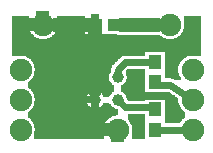
<source format=gbl>
G04 MADE WITH FRITZING*
G04 WWW.FRITZING.ORG*
G04 DOUBLE SIDED*
G04 HOLES PLATED*
G04 CONTOUR ON CENTER OF CONTOUR VECTOR*
%ASAXBY*%
%FSLAX23Y23*%
%MOIN*%
%OFA0B0*%
%SFA1.0B1.0*%
%ADD10C,0.075000*%
%ADD11C,0.075433*%
%ADD12C,0.039370*%
%ADD13R,0.047244X0.043307*%
%ADD14R,0.043307X0.047244*%
%ADD15C,0.048000*%
%ADD16C,0.024000*%
%LNCOPPER0*%
G90*
G70*
G54D10*
X175Y269D03*
G54D11*
X392Y72D03*
X641Y72D03*
X641Y172D03*
X68Y72D03*
X68Y172D03*
X68Y271D03*
X641Y271D03*
X566Y421D03*
X143Y421D03*
G54D12*
X392Y246D03*
X392Y172D03*
X317Y172D03*
G54D13*
X317Y421D03*
X384Y421D03*
G54D14*
X516Y72D03*
X516Y139D03*
X516Y296D03*
X516Y229D03*
G54D15*
X402Y421D02*
X526Y421D01*
D02*
X182Y421D02*
X299Y421D01*
G54D16*
D02*
X392Y272D02*
X392Y265D01*
D02*
X417Y296D02*
X392Y272D01*
D02*
X500Y296D02*
X417Y296D01*
D02*
X516Y221D02*
X516Y229D01*
D02*
X566Y221D02*
X516Y221D01*
D02*
X617Y188D02*
X566Y221D01*
D02*
X417Y147D02*
X405Y158D01*
D02*
X492Y147D02*
X417Y147D01*
D02*
X500Y144D02*
X492Y147D01*
D02*
X567Y72D02*
X532Y72D01*
D02*
X612Y72D02*
X567Y72D01*
G54D15*
D02*
X317Y405D02*
X317Y202D01*
G36*
X40Y452D02*
X40Y374D01*
X130Y374D01*
X130Y376D01*
X124Y376D01*
X124Y378D01*
X120Y378D01*
X120Y380D01*
X116Y380D01*
X116Y382D01*
X114Y382D01*
X114Y384D01*
X112Y384D01*
X112Y386D01*
X108Y386D01*
X108Y390D01*
X106Y390D01*
X106Y392D01*
X104Y392D01*
X104Y394D01*
X102Y394D01*
X102Y398D01*
X100Y398D01*
X100Y402D01*
X98Y402D01*
X98Y408D01*
X96Y408D01*
X96Y418D01*
X94Y418D01*
X94Y424D01*
X96Y424D01*
X96Y452D01*
X40Y452D01*
G37*
D02*
G36*
X188Y452D02*
X188Y430D01*
X190Y430D01*
X190Y410D01*
X188Y410D01*
X188Y404D01*
X186Y404D01*
X186Y400D01*
X184Y400D01*
X184Y396D01*
X182Y396D01*
X182Y392D01*
X180Y392D01*
X180Y390D01*
X178Y390D01*
X178Y388D01*
X176Y388D01*
X176Y386D01*
X174Y386D01*
X174Y384D01*
X172Y384D01*
X172Y382D01*
X168Y382D01*
X168Y380D01*
X166Y380D01*
X166Y378D01*
X162Y378D01*
X162Y376D01*
X156Y376D01*
X156Y374D01*
X554Y374D01*
X554Y376D01*
X548Y376D01*
X548Y378D01*
X544Y378D01*
X544Y380D01*
X540Y380D01*
X540Y382D01*
X538Y382D01*
X538Y384D01*
X534Y384D01*
X534Y386D01*
X400Y386D01*
X400Y388D01*
X390Y388D01*
X390Y390D01*
X284Y390D01*
X284Y452D01*
X188Y452D01*
G37*
D02*
G36*
X612Y452D02*
X612Y430D01*
X614Y430D01*
X614Y412D01*
X612Y412D01*
X612Y406D01*
X610Y406D01*
X610Y400D01*
X608Y400D01*
X608Y396D01*
X606Y396D01*
X606Y394D01*
X604Y394D01*
X604Y390D01*
X602Y390D01*
X602Y388D01*
X600Y388D01*
X600Y386D01*
X598Y386D01*
X598Y384D01*
X594Y384D01*
X594Y382D01*
X592Y382D01*
X592Y380D01*
X588Y380D01*
X588Y378D01*
X586Y378D01*
X586Y376D01*
X578Y376D01*
X578Y374D01*
X668Y374D01*
X668Y452D01*
X612Y452D01*
G37*
D02*
G36*
X40Y374D02*
X40Y372D01*
X668Y372D01*
X668Y374D01*
X40Y374D01*
G37*
D02*
G36*
X40Y374D02*
X40Y372D01*
X668Y372D01*
X668Y374D01*
X40Y374D01*
G37*
D02*
G36*
X40Y374D02*
X40Y372D01*
X668Y372D01*
X668Y374D01*
X40Y374D01*
G37*
D02*
G36*
X40Y372D02*
X40Y330D01*
X548Y330D01*
X548Y244D01*
X568Y244D01*
X568Y242D01*
X576Y242D01*
X576Y240D01*
X580Y240D01*
X580Y238D01*
X582Y238D01*
X582Y236D01*
X602Y236D01*
X602Y246D01*
X600Y246D01*
X600Y250D01*
X598Y250D01*
X598Y252D01*
X596Y252D01*
X596Y260D01*
X594Y260D01*
X594Y284D01*
X596Y284D01*
X596Y290D01*
X598Y290D01*
X598Y294D01*
X600Y294D01*
X600Y298D01*
X602Y298D01*
X602Y300D01*
X604Y300D01*
X604Y302D01*
X606Y302D01*
X606Y304D01*
X608Y304D01*
X608Y306D01*
X610Y306D01*
X610Y308D01*
X612Y308D01*
X612Y310D01*
X614Y310D01*
X614Y312D01*
X618Y312D01*
X618Y314D01*
X622Y314D01*
X622Y316D01*
X628Y316D01*
X628Y318D01*
X668Y318D01*
X668Y372D01*
X40Y372D01*
G37*
D02*
G36*
X40Y330D02*
X40Y318D01*
X80Y318D01*
X80Y316D01*
X86Y316D01*
X86Y314D01*
X90Y314D01*
X90Y312D01*
X94Y312D01*
X94Y310D01*
X96Y310D01*
X96Y308D01*
X98Y308D01*
X98Y306D01*
X102Y306D01*
X102Y304D01*
X104Y304D01*
X104Y300D01*
X106Y300D01*
X106Y298D01*
X108Y298D01*
X108Y294D01*
X110Y294D01*
X110Y292D01*
X112Y292D01*
X112Y286D01*
X114Y286D01*
X114Y278D01*
X116Y278D01*
X116Y266D01*
X114Y266D01*
X114Y256D01*
X112Y256D01*
X112Y252D01*
X110Y252D01*
X110Y248D01*
X108Y248D01*
X108Y244D01*
X106Y244D01*
X106Y242D01*
X104Y242D01*
X104Y240D01*
X102Y240D01*
X102Y238D01*
X100Y238D01*
X100Y236D01*
X98Y236D01*
X98Y234D01*
X96Y234D01*
X96Y232D01*
X94Y232D01*
X94Y210D01*
X96Y210D01*
X96Y208D01*
X100Y208D01*
X100Y206D01*
X102Y206D01*
X102Y204D01*
X104Y204D01*
X104Y202D01*
X318Y202D01*
X318Y200D01*
X328Y200D01*
X328Y198D01*
X332Y198D01*
X332Y196D01*
X334Y196D01*
X334Y194D01*
X338Y194D01*
X338Y192D01*
X340Y192D01*
X340Y188D01*
X342Y188D01*
X342Y186D01*
X344Y186D01*
X344Y180D01*
X364Y180D01*
X364Y184D01*
X366Y184D01*
X366Y188D01*
X368Y188D01*
X368Y190D01*
X370Y190D01*
X370Y192D01*
X372Y192D01*
X372Y194D01*
X374Y194D01*
X374Y196D01*
X376Y196D01*
X376Y198D01*
X380Y198D01*
X380Y220D01*
X376Y220D01*
X376Y222D01*
X374Y222D01*
X374Y224D01*
X372Y224D01*
X372Y226D01*
X370Y226D01*
X370Y228D01*
X368Y228D01*
X368Y230D01*
X366Y230D01*
X366Y234D01*
X364Y234D01*
X364Y240D01*
X362Y240D01*
X362Y254D01*
X364Y254D01*
X364Y258D01*
X366Y258D01*
X366Y262D01*
X368Y262D01*
X368Y266D01*
X370Y266D01*
X370Y278D01*
X372Y278D01*
X372Y282D01*
X374Y282D01*
X374Y286D01*
X376Y286D01*
X376Y288D01*
X378Y288D01*
X378Y290D01*
X380Y290D01*
X380Y292D01*
X382Y292D01*
X382Y294D01*
X384Y294D01*
X384Y296D01*
X386Y296D01*
X386Y298D01*
X388Y298D01*
X388Y300D01*
X390Y300D01*
X390Y302D01*
X392Y302D01*
X392Y304D01*
X394Y304D01*
X394Y306D01*
X396Y306D01*
X396Y308D01*
X398Y308D01*
X398Y310D01*
X400Y310D01*
X400Y312D01*
X402Y312D01*
X402Y314D01*
X406Y314D01*
X406Y316D01*
X410Y316D01*
X410Y318D01*
X484Y318D01*
X484Y330D01*
X40Y330D01*
G37*
D02*
G36*
X104Y202D02*
X104Y200D01*
X106Y200D01*
X106Y198D01*
X108Y198D01*
X108Y196D01*
X110Y196D01*
X110Y192D01*
X112Y192D01*
X112Y186D01*
X114Y186D01*
X114Y178D01*
X116Y178D01*
X116Y166D01*
X114Y166D01*
X114Y158D01*
X112Y158D01*
X112Y152D01*
X110Y152D01*
X110Y148D01*
X108Y148D01*
X108Y144D01*
X106Y144D01*
X106Y142D01*
X310Y142D01*
X310Y144D01*
X304Y144D01*
X304Y146D01*
X300Y146D01*
X300Y148D01*
X298Y148D01*
X298Y150D01*
X296Y150D01*
X296Y152D01*
X294Y152D01*
X294Y154D01*
X292Y154D01*
X292Y158D01*
X290Y158D01*
X290Y162D01*
X288Y162D01*
X288Y182D01*
X290Y182D01*
X290Y186D01*
X292Y186D01*
X292Y188D01*
X294Y188D01*
X294Y192D01*
X296Y192D01*
X296Y194D01*
X300Y194D01*
X300Y196D01*
X302Y196D01*
X302Y198D01*
X306Y198D01*
X306Y200D01*
X314Y200D01*
X314Y202D01*
X104Y202D01*
G37*
D02*
G36*
X344Y162D02*
X344Y158D01*
X342Y158D01*
X342Y154D01*
X340Y154D01*
X340Y152D01*
X338Y152D01*
X338Y150D01*
X336Y150D01*
X336Y148D01*
X334Y148D01*
X334Y146D01*
X330Y146D01*
X330Y144D01*
X324Y144D01*
X324Y142D01*
X384Y142D01*
X384Y144D01*
X378Y144D01*
X378Y146D01*
X376Y146D01*
X376Y148D01*
X372Y148D01*
X372Y150D01*
X370Y150D01*
X370Y152D01*
X368Y152D01*
X368Y156D01*
X366Y156D01*
X366Y158D01*
X364Y158D01*
X364Y162D01*
X344Y162D01*
G37*
D02*
G36*
X104Y142D02*
X104Y140D01*
X392Y140D01*
X392Y142D01*
X104Y142D01*
G37*
D02*
G36*
X104Y142D02*
X104Y140D01*
X392Y140D01*
X392Y142D01*
X104Y142D01*
G37*
D02*
G36*
X102Y140D02*
X102Y138D01*
X100Y138D01*
X100Y136D01*
X98Y136D01*
X98Y134D01*
X96Y134D01*
X96Y132D01*
X92Y132D01*
X92Y112D01*
X94Y112D01*
X94Y110D01*
X98Y110D01*
X98Y108D01*
X100Y108D01*
X100Y106D01*
X102Y106D01*
X102Y104D01*
X104Y104D01*
X104Y102D01*
X106Y102D01*
X106Y98D01*
X108Y98D01*
X108Y96D01*
X110Y96D01*
X110Y92D01*
X112Y92D01*
X112Y86D01*
X114Y86D01*
X114Y78D01*
X116Y78D01*
X116Y66D01*
X114Y66D01*
X114Y40D01*
X346Y40D01*
X346Y62D01*
X344Y62D01*
X344Y80D01*
X346Y80D01*
X346Y88D01*
X348Y88D01*
X348Y92D01*
X350Y92D01*
X350Y96D01*
X352Y96D01*
X352Y100D01*
X354Y100D01*
X354Y102D01*
X356Y102D01*
X356Y104D01*
X358Y104D01*
X358Y106D01*
X360Y106D01*
X360Y108D01*
X362Y108D01*
X362Y110D01*
X364Y110D01*
X364Y112D01*
X368Y112D01*
X368Y114D01*
X372Y114D01*
X372Y116D01*
X378Y116D01*
X378Y118D01*
X386Y118D01*
X386Y120D01*
X394Y120D01*
X394Y140D01*
X102Y140D01*
G37*
D02*
G36*
X424Y274D02*
X424Y272D01*
X422Y272D01*
X422Y270D01*
X420Y270D01*
X420Y250D01*
X422Y250D01*
X422Y242D01*
X420Y242D01*
X420Y234D01*
X418Y234D01*
X418Y230D01*
X416Y230D01*
X416Y228D01*
X414Y228D01*
X414Y226D01*
X412Y226D01*
X412Y224D01*
X410Y224D01*
X410Y222D01*
X406Y222D01*
X406Y220D01*
X404Y220D01*
X404Y218D01*
X402Y218D01*
X402Y198D01*
X406Y198D01*
X406Y196D01*
X410Y196D01*
X410Y194D01*
X412Y194D01*
X412Y192D01*
X414Y192D01*
X414Y190D01*
X416Y190D01*
X416Y186D01*
X418Y186D01*
X418Y184D01*
X420Y184D01*
X420Y176D01*
X422Y176D01*
X422Y172D01*
X548Y172D01*
X548Y94D01*
X600Y94D01*
X600Y98D01*
X602Y98D01*
X602Y100D01*
X604Y100D01*
X604Y102D01*
X606Y102D01*
X606Y106D01*
X608Y106D01*
X608Y108D01*
X612Y108D01*
X612Y110D01*
X614Y110D01*
X614Y112D01*
X616Y112D01*
X616Y132D01*
X614Y132D01*
X614Y134D01*
X610Y134D01*
X610Y136D01*
X608Y136D01*
X608Y138D01*
X606Y138D01*
X606Y140D01*
X604Y140D01*
X604Y142D01*
X602Y142D01*
X602Y146D01*
X600Y146D01*
X600Y150D01*
X598Y150D01*
X598Y154D01*
X596Y154D01*
X596Y160D01*
X594Y160D01*
X594Y178D01*
X590Y178D01*
X590Y180D01*
X588Y180D01*
X588Y182D01*
X584Y182D01*
X584Y184D01*
X582Y184D01*
X582Y186D01*
X578Y186D01*
X578Y188D01*
X574Y188D01*
X574Y190D01*
X572Y190D01*
X572Y192D01*
X568Y192D01*
X568Y194D01*
X566Y194D01*
X566Y196D01*
X484Y196D01*
X484Y274D01*
X424Y274D01*
G37*
D02*
G36*
X424Y172D02*
X424Y170D01*
X426Y170D01*
X426Y168D01*
X484Y168D01*
X484Y172D01*
X424Y172D01*
G37*
D02*
G36*
X426Y124D02*
X426Y104D01*
X428Y104D01*
X428Y102D01*
X430Y102D01*
X430Y98D01*
X432Y98D01*
X432Y96D01*
X434Y96D01*
X434Y92D01*
X436Y92D01*
X436Y86D01*
X438Y86D01*
X438Y78D01*
X440Y78D01*
X440Y66D01*
X438Y66D01*
X438Y40D01*
X484Y40D01*
X484Y124D01*
X426Y124D01*
G37*
D02*
G36*
X368Y56D02*
X411Y56D01*
X411Y30D01*
X368Y30D01*
X368Y56D01*
G37*
D02*
G36*
X340Y94D02*
X372Y94D01*
X372Y51D01*
X340Y51D01*
X340Y94D01*
G37*
D02*
G36*
X303Y166D02*
X328Y166D01*
X328Y142D01*
X303Y142D01*
X303Y166D01*
G37*
D02*
G36*
X284Y185D02*
X308Y185D01*
X308Y160D01*
X284Y160D01*
X284Y185D01*
G37*
D02*
G36*
X301Y456D02*
X330Y456D01*
X330Y424D01*
X301Y424D01*
X301Y456D01*
G37*
D02*
G36*
X120Y468D02*
X163Y468D01*
X163Y440D01*
X120Y440D01*
X120Y468D01*
G37*
D02*
G36*
X90Y444D02*
X124Y444D01*
X124Y401D01*
X90Y401D01*
X90Y444D01*
G37*
D02*
G04 End of Copper0*
M02*
</source>
